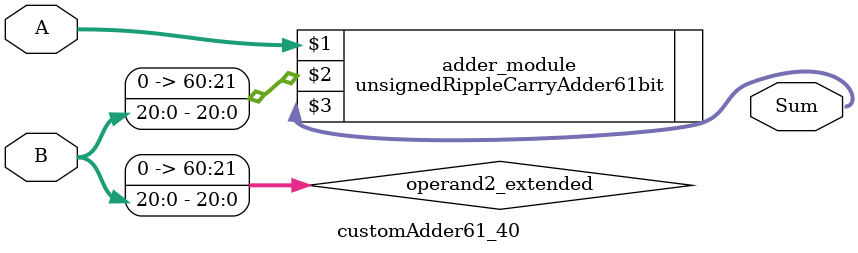
<source format=v>
module customAdder61_40(
                        input [60 : 0] A,
                        input [20 : 0] B,
                        
                        output [61 : 0] Sum
                );

        wire [60 : 0] operand2_extended;
        
        assign operand2_extended =  {40'b0, B};
        
        unsignedRippleCarryAdder61bit adder_module(
            A,
            operand2_extended,
            Sum
        );
        
        endmodule
        
</source>
